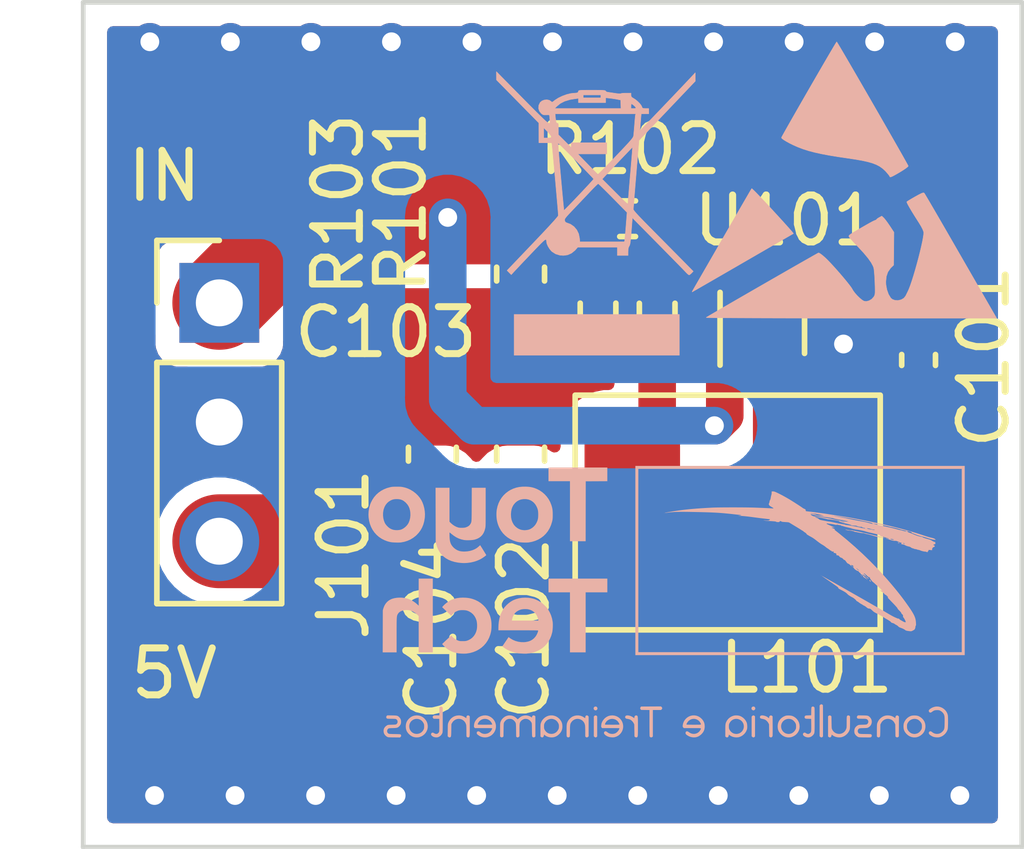
<source format=kicad_pcb>
(kicad_pcb (version 20221018) (generator pcbnew)
  (layers (0 "F.Cu" signal) (31 "B.Cu" signal) (34 "B.Paste" user) (35 "F.Paste" user) (36 "B.SilkS" user "B.Silkscreen") (37 "F.SilkS" user "F.Silkscreen") (38 "B.Mask" user) (39 "F.Mask" user) (44 "Edge.Cuts" user))
  (net 0 "")
  (net 1 "Net-(C101-Pad1)")
  (net 2 "Net-(C101-Pad2)")
  (net 3 "Net-(C102-Pad1)")
  (net 4 "GND")
  (net 5 "Net-(C103-Pad2)")
  (net 6 "Net-(R101-Pad2)")
  (net 7 "Net-(R102-Pad1)")
  (footprint "Capacitor_SMD:C_0603_1608Metric_Pad1.08x0.95mm_HandSolder" (layer "F.Cu") (at 109.32 91.6275 90)
    (fp_text reference "C102" (at -3.7125 0.07 90) (layer "F.SilkS"))
    (fp_text value "22uF")
    (pad "1" smd roundrect (at -0.8625 0 90) (size 1.075 0.95) (layers "F.Cu" "F.Paste" "F.Mask") (net 3 "Net-(C102-Pad1)"))
    (pad "2" smd roundrect (at 0.8625 0 90) (size 1.075 0.95) (layers "F.Cu" "F.Paste" "F.Mask") (net 4 "GND"))
  )
  (footprint "MyLibrary:SDCH1V5040-3R3M-R-Hand Soldering" (layer "F.Cu") (at 115.4825 92.87 180)
    (fp_text reference "L101" (at 0.0725 -3.31 unlocked) (layer "F.SilkS"))
    (fp_text value "3,3uH")
    (pad "1" smd roundrect (at -0.2675 0 180) (size 2.065 4.2) (layers "F.Cu" "F.Paste" "F.Mask") (net 1 "Net-(C101-Pad1)"))
    (pad "2" smd roundrect (at 3.7825 0 180) (size 2.035 4.2) (layers "F.Cu" "F.Paste" "F.Mask") (net 3 "Net-(C102-Pad1)"))
  )
  (footprint "Capacitor_SMD:C_0402_1005Metric_Pad0.74x0.62mm_HandSolder" (layer "F.Cu") (at 117.8 89.62 90)
    (fp_text reference "C101" (at 0.07 1.39 90) (layer "F.SilkS"))
    (fp_text value "100nF")
    (pad "1" smd roundrect (at -0.5675 0 90) (size 0.735 0.62) (layers "F.Cu" "F.Paste" "F.Mask") (net 1 "Net-(C101-Pad1)"))
    (pad "2" smd roundrect (at 0.5675 0 90) (size 0.735 0.62) (layers "F.Cu" "F.Paste" "F.Mask") (net 2 "Net-(C101-Pad2)"))
  )
  (footprint "Capacitor_SMD:C_0603_1608Metric_Pad1.08x0.95mm_HandSolder" (layer "F.Cu") (at 109.32 87.79 90)
    (fp_text reference "C103" (at -1.24 -2.87 180) (layer "F.SilkS"))
    (fp_text value "10uF")
    (pad "1" smd roundrect (at -0.8625 0 90) (size 1.075 0.95) (layers "F.Cu" "F.Paste" "F.Mask") (net 4 "GND"))
    (pad "2" smd roundrect (at 0.8625 0 90) (size 1.075 0.95) (layers "F.Cu" "F.Paste" "F.Mask") (net 5 "Net-(C103-Pad2)"))
  )
  (footprint "Resistor_SMD:R_0402_1005Metric_Pad0.72x0.64mm_HandSolder" (layer "F.Cu") (at 110.97 88.5775 90)
    (fp_text reference "R103" (at 2.2675 -5.54 90) (layer "F.SilkS"))
    (fp_text value "10K")
    (pad "1" smd roundrect (at -0.5975 0 90) (size 0.715 0.64) (layers "F.Cu" "F.Paste" "F.Mask") (net 4 "GND"))
    (pad "2" smd roundrect (at 0.5975 0 90) (size 0.715 0.64) (layers "F.Cu" "F.Paste" "F.Mask") (net 6 "Net-(R101-Pad2)"))
  )
  (footprint "Connector_PinHeader_2.54mm:PinHeader_1x03_P2.54mm_Vertical" (layer "F.Cu") (at 102.9 88.4025)
    (fp_text reference "J101" (at 2.65 5.3575 90) (layer "F.SilkS"))
    (fp_text value "Conn_01x03")
    (pad "1" thru_hole rect (at 0 0) (size 1.7 1.7) (drill 1) (layers "*.Cu" "*.Mask") (net 5 "Net-(C103-Pad2)"))
    (pad "2" thru_hole oval (at 0 2.54) (size 1.7 1.7) (drill 1) (layers "*.Cu" "*.Mask") (net 4 "GND"))
    (pad "3" thru_hole oval (at 0 5.08) (size 1.7 1.7) (drill 1) (layers "*.Cu" "*.Mask") (net 3 "Net-(C102-Pad1)"))
  )
  (footprint "Resistor_SMD:R_0402_1005Metric_Pad0.72x0.64mm_HandSolder" (layer "F.Cu") (at 112.23 88.58 90)
    (fp_text reference "R101" (at 2.33 -5.46 270) (layer "F.SilkS"))
    (fp_text value "52,3K")
    (pad "1" smd roundrect (at -0.5975 0 90) (size 0.715 0.64) (layers "F.Cu" "F.Paste" "F.Mask") (net 3 "Net-(C102-Pad1)"))
    (pad "2" smd roundrect (at 0.5975 0 90) (size 0.715 0.64) (layers "F.Cu" "F.Paste" "F.Mask") (net 6 "Net-(R101-Pad2)"))
  )
  (footprint "Capacitor_SMD:C_0603_1608Metric_Pad1.08x0.95mm_HandSolder" (layer "F.Cu") (at 107.44 91.6275 90)
    (fp_text reference "C104" (at -3.7325 -0.02 90) (layer "F.SilkS"))
    (fp_text value "22uF")
    (pad "1" smd roundrect (at -0.8625 0 90) (size 1.075 0.95) (layers "F.Cu" "F.Paste" "F.Mask") (net 3 "Net-(C102-Pad1)"))
    (pad "2" smd roundrect (at 0.8625 0 90) (size 1.075 0.95) (layers "F.Cu" "F.Paste" "F.Mask") (net 4 "GND"))
  )
  (footprint "Resistor_SMD:R_0402_1005Metric_Pad0.72x0.64mm_HandSolder" (layer "F.Cu") (at 111.6 86.61 180)
    (fp_text reference "R102" (at -0.06 1.48) (layer "F.SilkS"))
    (fp_text value "0R")
    (pad "1" smd roundrect (at -0.5975 0 180) (size 0.715 0.64) (layers "F.Cu" "F.Paste" "F.Mask") (net 7 "Net-(R102-Pad1)"))
    (pad "2" smd roundrect (at 0.5975 0 180) (size 0.715 0.64) (layers "F.Cu" "F.Paste" "F.Mask") (net 5 "Net-(C103-Pad2)"))
  )
  (footprint "Package_TO_SOT_SMD:SOT-563" (layer "F.Cu") (at 114.47 88.83 90)
    (fp_text reference "U101" (at 2.18 0.51 180) (layer "F.SilkS"))
    (fp_text value "AP62301Z6-7")
    (pad "1" smd rect (at -0.75 -0.5 90) (size 0.7 0.34) (layers "F.Cu" "F.Paste" "F.Mask") (net 5 "Net-(C103-Pad2)"))
    (pad "2" smd rect (at -0.75 0 90) (size 0.7 0.34) (layers "F.Cu" "F.Paste" "F.Mask") (net 1 "Net-(C101-Pad1)"))
    (pad "3" smd rect (at -0.75 0.5 90) (size 0.7 0.34) (layers "F.Cu" "F.Paste" "F.Mask") (net 4 "GND"))
    (pad "4" smd rect (at 0.75 0.5 90) (size 0.7 0.34) (layers "F.Cu" "F.Paste" "F.Mask") (net 2 "Net-(C101-Pad2)"))
    (pad "5" smd rect (at 0.75 0 90) (size 0.7 0.34) (layers "F.Cu" "F.Paste" "F.Mask") (net 7 "Net-(R102-Pad1)"))
    (pad "6" smd rect (at 0.75 -0.5 90) (size 0.7 0.34) (layers "F.Cu" "F.Paste" "F.Mask") (net 6 "Net-(R101-Pad2)"))
  )
  (footprint "Symbol:ESD-Logo_6.6x6mm_SilkScreen" (layer "B.Cu") (at 116.21 85.77 180)
    (fp_text reference "REF**" hide)
    (fp_text value "ESD-Logo_6.6x6mm_SilkScreen" hide)
  )
  (footprint "Symbol:WEEE-Logo_4.2x6mm_SilkScreen" (layer "B.Cu") (at 110.93 86.5 180)
    (fp_text reference "REF**" hide)
    (fp_text value "WEEE-Logo_4.2x6mm_SilkScreen" hide)
  )
  (footprint "Toyotech:Logo Toyotech Small" (layer "B.Cu") (at 112.43 94.77 180)
    (fp_text reference "G***" hide)
    (fp_text value "LOGO" hide)
  )
  (gr_line (start 120 82) (end 120 100) (stroke (width 0.1)) (layer "Edge.Cuts"))
  (gr_line (start 120 100) (end 100 100) (stroke (width 0.1)) (layer "Edge.Cuts"))
  (gr_line (start 100 100) (end 100 82) (stroke (width 0.1)) (layer "Edge.Cuts"))
  (gr_line (start 100 82) (end 120 82) (stroke (width 0.1)) (layer "Edge.Cuts"))
  (gr_text "IN" (at 101.73 85.7) (layer "F.SilkS") (effects (font (size 1 1))))
  (gr_text "5V" (at 101.94 96.3) (layer "F.SilkS") (effects (font (size 1 1))))
  (segment (start 115.75 92.2375) (end 115.75 92.87) (width 0.25) (layer "F.Cu") (net 1))
  (segment (start 114.47 91.59) (end 115.75 92.87) (width 0.4) (layer "F.Cu") (net 1))
  (segment (start 116.57 92.05) (end 115.75 92.87) (width 0.25) (layer "F.Cu") (net 1))
  (segment (start 114.47 89.58) (end 114.47 91.59) (width 0.4) (layer "F.Cu") (net 1))
  (segment (start 117.8 90.1875) (end 115.75 92.2375) (width 0.25) (layer "F.Cu") (net 1))
  (segment (start 117.8 88.76) (end 117.12 88.08) (width 0.25) (layer "F.Cu") (net 2))
  (segment (start 117.12 88.08) (end 114.995 88.08) (width 0.25) (layer "F.Cu") (net 2))
  (segment (start 117.8 89.0525) (end 117.8 88.76) (width 0.25) (layer "F.Cu") (net 2))
  (segment (start 112.23 92.34) (end 111.7 92.87) (width 0.4) (layer "F.Cu") (net 3))
  (segment (start 111.0875 93.4825) (end 111.7 92.87) (width 2) (layer "F.Cu") (net 3))
  (segment (start 112.23 93.2525) (end 111.7125 93.77) (width 0.4) (layer "F.Cu") (net 3))
  (segment (start 102.9 93.4825) (end 111.0875 93.4825) (width 2) (layer "F.Cu") (net 3))
  (segment (start 112.23 89.1775) (end 112.23 92.34) (width 0.8) (layer "F.Cu") (net 3))
  (segment (start 114.995 89.555) (end 114.995 89.58) (width 0.25) (layer "F.Cu") (net 4))
  (segment (start 115.27 89.28) (end 114.995 89.555) (width 0.25) (layer "F.Cu") (net 4))
  (segment (start 110.97 89.175) (end 109.8425 89.175) (width 0.4) (layer "F.Cu") (net 4))
  (segment (start 116.2 89.28) (end 115.27 89.28) (width 0.25) (layer "F.Cu") (net 4))
  (segment (start 109.8425 89.175) (end 109.32 88.6525) (width 0.4) (layer "F.Cu") (net 4))
  (via (at 108.284 82.84) (size 0.8) (drill 0.4) (layers "F.Cu" "B.Cu") (net 4))
  (via (at 115.248 98.9) (size 0.8) (drill 0.4) (layers "F.Cu" "B.Cu") (net 4))
  (via (at 116.864 82.84) (size 0.8) (drill 0.4) (layers "F.Cu" "B.Cu") (net 4))
  (via (at 116.2 89.28) (size 0.8) (drill 0.4) (layers "F.Cu" "B.Cu") (net 4))
  (via (at 116.964 98.9) (size 0.8) (drill 0.4) (layers "F.Cu" "B.Cu") (net 4))
  (via (at 115.148 82.84) (size 0.8) (drill 0.4) (layers "F.Cu" "B.Cu") (net 4))
  (via (at 106.668 98.9) (size 0.8) (drill 0.4) (layers "F.Cu" "B.Cu") (net 4))
  (via (at 103.236 98.9) (size 0.8) (drill 0.4) (layers "F.Cu" "B.Cu") (net 4))
  (via (at 106.568 82.84) (size 0.8) (drill 0.4) (layers "F.Cu" "B.Cu") (net 4))
  (via (at 104.952 98.9) (size 0.8) (drill 0.4) (layers "F.Cu" "B.Cu") (net 4))
  (via (at 103.136 82.84) (size 0.8) (drill 0.4) (layers "F.Cu" "B.Cu") (net 4))
  (via (at 104.852 82.84) (size 0.8) (drill 0.4) (layers "F.Cu" "B.Cu") (net 4))
  (via (at 101.52 98.9) (size 0.8) (drill 0.4) (layers "F.Cu" "B.Cu") (net 4))
  (via (at 111.816 98.9) (size 0.8) (drill 0.4) (layers "F.Cu" "B.Cu") (net 4))
  (via (at 110 82.84) (size 0.8) (drill 0.4) (layers "F.Cu" "B.Cu") (net 4))
  (via (at 113.532 98.9) (size 0.8) (drill 0.4) (layers "F.Cu" "B.Cu") (net 4))
  (via (at 118.68 98.9) (size 0.8) (drill 0.4) (layers "F.Cu" "B.Cu") (net 4))
  (via (at 110.1 98.9) (size 0.8) (drill 0.4) (layers "F.Cu" "B.Cu") (net 4))
  (via (at 118.58 82.84) (size 0.8) (drill 0.4) (layers "F.Cu" "B.Cu") (net 4))
  (via (at 101.42 82.84) (size 0.8) (drill 0.4) (layers "F.Cu" "B.Cu") (net 4))
  (via (at 111.716 82.84) (size 0.8) (drill 0.4) (layers "F.Cu" "B.Cu") (net 4))
  (via (at 108.384 98.9) (size 0.8) (drill 0.4) (layers "F.Cu" "B.Cu") (net 4))
  (via (at 113.432 82.84) (size 0.8) (drill 0.4) (layers "F.Cu" "B.Cu") (net 4))
  (segment (start 104.72 86.5825) (end 107.7675 86.5825) (width 2) (layer "F.Cu") (net 5))
  (segment (start 113.45 91.02) (end 113.67 90.8) (width 0.8) (layer "F.Cu") (net 5))
  (segment (start 113.67 90.8) (end 113.67 89.58) (width 0.8) (layer "F.Cu") (net 5))
  (segment (start 102.9 88.4025) (end 104.72 86.5825) (width 2) (layer "F.Cu") (net 5))
  (segment (start 107.7675 86.5825) (end 110.08667 86.5825) (width 2) (layer "F.Cu") (net 5))
  (via (at 107.7675 86.5825) (size 0.8) (drill 0.4) (layers "F.Cu" "B.Cu") (net 5))
  (via (at 113.45 91.02) (size 0.8) (drill 0.4) (layers "F.Cu" "B.Cu") (net 5))
  (segment (start 108.33 91.02) (end 107.7675 90.4575) (width 0.8) (layer "B.Cu") (net 5))
  (segment (start 113.45 91.02) (end 108.33 91.02) (width 0.8) (layer "B.Cu") (net 5))
  (segment (start 107.7675 90.4575) (end 107.7675 86.5825) (width 0.8) (layer "B.Cu") (net 5))
  (segment (start 113.8725 87.9825) (end 113.97 88.08) (width 0.25) (layer "F.Cu") (net 6))
  (segment (start 110.97 87.98) (end 112.2275 87.98) (width 0.5) (layer "F.Cu") (net 6))
  (segment (start 112.23 87.9825) (end 113.8725 87.9825) (width 0.5) (layer "F.Cu") (net 6))
  (segment (start 112.2275 87.98) (end 112.23 87.9825) (width 0.25) (layer "F.Cu") (net 6))
  (segment (start 114.47 88.08) (end 114.47 87.17) (width 0.4) (layer "F.Cu") (net 7))
  (segment (start 113.91 86.61) (end 114.47 87.17) (width 0.4) (layer "F.Cu") (net 7))
  (segment (start 112.1975 86.61) (end 113.91 86.61) (width 0.4) (layer "F.Cu") (net 7))
  (zone (net 1) (net_name "Net-(C101-Pad1)") (layer "F.Cu") (name "SW") (priority 1) (connect_pads yes (clearance 0.508)) (min_thickness 0.254) (fill yes (thermal_gap 0.508) (thermal_bridge_width 0.508))
    (polygon (pts (xy 118.12 95.22) (xy 114.27 95.24) (xy 114.27 90.24) (xy 118.11 90.24)))
  )
  (zone (net 4) (net_name "GND") (layers "F&B.Cu") (connect_pads yes (clearance 0.508)) (min_thickness 0.254) (fill yes (thermal_gap 0.508) (thermal_bridge_width 0.508))
    (polygon (pts (xy 120 100.01) (xy 100 100) (xy 100 82) (xy 120 82)))
  )
)
</source>
